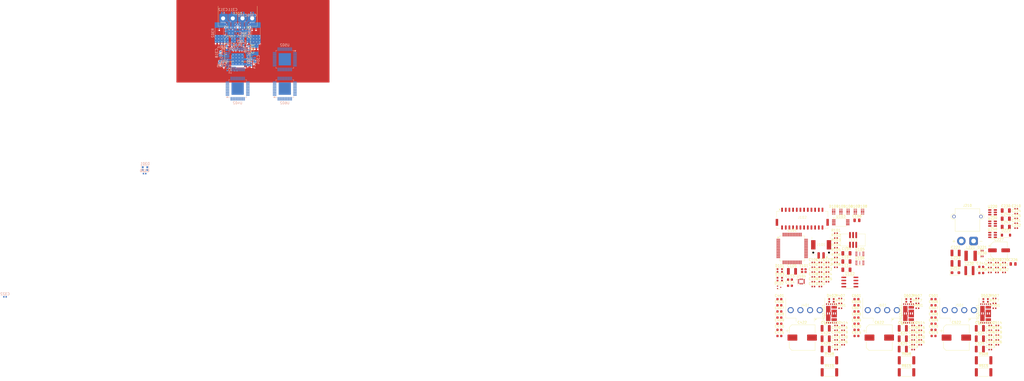
<source format=kicad_pcb>
(kicad_pcb (version 20241229) (generator "pcbnew") (generator_version "9.0")
  (layers (0 "F.Cu" mixed) (4 "In1.Cu" power) (6 "In2.Cu" mixed) (8 "In3.Cu" signal) (10 "In4.Cu" power) (2 "B.Cu" signal) (13 "F.Paste" user) (15 "B.Paste" user) (5 "F.SilkS" user "F.Silkscreen") (7 "B.SilkS" user "B.Silkscreen") (1 "F.Mask" user) (3 "B.Mask" user) (25 "Edge.Cuts" user))
  (net 0 "")
  (net 1 "GND")
  (net 2 "/OSC_IN")
  (net 3 "/OSC_OUT_L")
  (net 4 "/DBG.NRST")
  (net 5 "VBUS")
  (net 6 "+12V")
  (net 7 "+5V")
  (net 8 "VDDA")
  (net 9 "VDD")
  (net 10 "/VBUS_SENSE")
  (net 11 "/Power/12V_{SW}")
  (net 12 "/Power/12V_{BST}")
  (net 13 "/Power/12V_{FB}")
  (net 14 "/Power/3V3_{BST}")
  (net 15 "/Power/3V3_{SW}")
  (net 16 "/Power/3V3_{FB}")
  (net 17 "/Power/CP+")
  (net 18 "/Power/CP-")
  (net 19 "/Channel0/VCP")
  (net 20 "/Channel0/CPO")
  (net 21 "/Channel0/CPI")
  (net 22 "/Channel0/CHA.SRH")
  (net 23 "/Channel0/5V_{RAW}")
  (net 24 "/Channel0/5V_{FLT}")
  (net 25 "/Channel0/CHA.C1")
  (net 26 "/Channel0/+A")
  (net 27 "/Channel0/CHA.C2")
  (net 28 "/Channel0/-A")
  (net 29 "/Channel0/CHB.C1")
  (net 30 "/Channel0/+B")
  (net 31 "/Channel0/-B")
  (net 32 "/Channel0/CHB.C2")
  (net 33 "/Channel0/CHB.SRH")
  (net 34 "/TEMP0")
  (net 35 "/Channel1/VCP")
  (net 36 "/Channel1/CPI")
  (net 37 "/Channel1/CPO")
  (net 38 "/Channel1/CHA.SRH")
  (net 39 "/Channel1/5V_{RAW}")
  (net 40 "/Channel1/5V_{FLT}")
  (net 41 "/Channel1/+A")
  (net 42 "/Channel1/CHA.C1")
  (net 43 "/Channel1/-A")
  (net 44 "/Channel1/CHA.C2")
  (net 45 "/Channel1/+B")
  (net 46 "/Channel1/CHB.C1")
  (net 47 "/Channel1/-B")
  (net 48 "/Channel1/CHB.C2")
  (net 49 "/Channel1/CHB.SRH")
  (net 50 "/TEMP1")
  (net 51 "/Channel2/VCP")
  (net 52 "/Channel2/CPI")
  (net 53 "/Channel2/CPO")
  (net 54 "/Channel2/CHA.SRH")
  (net 55 "/Channel2/5V_{RAW}")
  (net 56 "/Channel2/5V_{FLT}")
  (net 57 "/Channel2/+A")
  (net 58 "/Channel2/CHA.C1")
  (net 59 "/Channel2/-A")
  (net 60 "/Channel2/CHA.C2")
  (net 61 "/Channel2/CHB.C1")
  (net 62 "/Channel2/+B")
  (net 63 "/Channel2/-B")
  (net 64 "/Channel2/CHB.C2")
  (net 65 "/Channel2/CHB.SRH")
  (net 66 "/TEMP2")
  (net 67 "/Channel3/VCP")
  (net 68 "/Channel3/CPO")
  (net 69 "/Channel3/CPI")
  (net 70 "/Channel3/CHA.SRH")
  (net 71 "/Channel3/5V_{RAW}")
  (net 72 "/Channel3/5V_{FLT}")
  (net 73 "/Channel3/CHA.C1")
  (net 74 "/Channel3/+A")
  (net 75 "/Channel3/-A")
  (net 76 "/Channel3/CHA.C2")
  (net 77 "/Channel3/+B")
  (net 78 "/Channel3/CHB.C1")
  (net 79 "/Channel3/-B")
  (net 80 "/Channel3/CHB.C2")
  (net 81 "/Channel3/CHB.SRH")
  (net 82 "/TEMP3")
  (net 83 "/ARGB_{1}")
  (net 84 "/ARGB_{0}")
  (net 85 "/CANH")
  (net 86 "/CANL")
  (net 88 "/Channel0/ARGB_{O}")
  (net 89 "/XIO2")
  (net 90 "/XIO3")
  (net 91 "/XIO0")
  (net 92 "/XIO1")
  (net 93 "/XIO7")
  (net 94 "/XIO6")
  (net 95 "/XIO4")
  (net 96 "/XIO5")
  (net 97 "/XIO9")
  (net 98 "/XIO10")
  (net 99 "/XIO8")
  (net 100 "/XIO11")
  (net 101 "/XIO13")
  (net 102 "/XIO12")
  (net 103 "/XIO15")
  (net 104 "/XIO14")
  (net 105 "/DBG.SWCLK")
  (net 106 "/DBG.SWO")
  (net 107 "/DBG.SWDIO")
  (net 108 "/Channel0/ARGB_{I}")
  (net 109 "/Channel1/ARGB_{O}")
  (net 110 "/Channel2/ARGB_{I}")
  (net 111 "/OSC_OUT")
  (net 112 "/STEP.NEN")
  (net 113 "/STEP.CLK")
  (net 114 "/STEP_CLK_UT")
  (net 115 "/QSPI.NCS")
  (net 116 "/Power/12V_{FBM}")
  (net 117 "/Power/3V3_{FBM}")
  (net 118 "/QSPI.IO1")
  (net 119 "/STEP.MISO")
  (net 120 "/STEP.NCS1")
  (net 121 "/QSPI.IO3")
  (net 122 "/STEP.NCS2")
  (net 123 "/LI2C_SDA")
  (net 124 "/QSPI.IO2")
  (net 125 "/QSPI.IO6")
  (net 126 "/STEP.SCK")
  (net 127 "/CAN_TX")
  (net 128 "/QSPI.IO0")
  (net 129 "/QSPI.IO5")
  (net 130 "/CAN_RX")
  (net 131 "/QSPI.IO4")
  (net 132 "/LI2C_SCL")
  (net 133 "/STEP.MOSI")
  (net 134 "/QSPI.SCK")
  (net 135 "/STEP.NCS3")
  (net 136 "/STEP.NCS0")
  (net 137 "/STEP.DIAG")
  (net 138 "/QSPI.IO7")
  (net 144 "/Channel0/CHA.H2")
  (net 145 "/Channel0/CHA.L2")
  (net 147 "/Channel0/CHA.H1")
  (net 149 "/Channel0/CHB.H2")
  (net 150 "/Channel0/CHA.L1")
  (net 153 "/Channel0/CHB.L1")
  (net 154 "/Channel0/CHB.L2")
  (net 155 "/Channel0/CHB.H1")
  (net 157 "/Channel1/CHA.L2")
  (net 158 "/Channel1/CHA.H2")
  (net 159 "/Channel1/CHB.H1")
  (net 160 "/Channel1/CHB.L2")
  (net 161 "/Channel1/CHA.L1")
  (net 163 "/Channel1/CHB.H2")
  (net 165 "/Channel1/CHA.H1")
  (net 168 "/Channel1/CHB.L1")
  (net 170 "/Channel2/CHA.H2")
  (net 171 "/Channel2/CHA.L2")
  (net 172 "/Channel2/CHB.L2")
  (net 175 "/Channel2/CHA.H1")
  (net 176 "/Channel2/CHA.L1")
  (net 178 "/Channel2/CHB.H2")
  (net 179 "/Channel2/CHB.H1")
  (net 182 "/Channel2/CHB.L1")
  (net 183 "/Channel3/CHA.H2")
  (net 184 "/Channel3/CHA.L2")
  (net 185 "/Channel3/CHA.H1")
  (net 187 "/Channel3/CHB.L2")
  (net 189 "/Channel3/CHA.L1")
  (net 191 "/Channel3/CHB.L1")
  (net 193 "/Channel3/CHB.H2")
  (net 195 "/Channel3/CHB.H1")
  (footprint "Capacitor_SMD:C_0402_1005Metric" (layer "F.Cu") (at 317.955 55.16)
    (property "Reference" "C210")
    (property "Value" "10n")
  )
  (footprint "Capacitor_SMD:C_1206_3216Metric" (layer "F.Cu") (at 248.615 76.7)
    (property "Reference" "C107")
    (property "Value" "10u")
  )
  (footprint "Capacitor_SMD:C_1210_3225Metric" (layer "F.Cu") (at 303.105 104)
    (property "Reference" "C521")
    (property "Value" "4u7-M")
  )
  (footprint "Bluesat:VDFN5045-12" (layer "F.Cu") (at 305.46 99.7)
    (property "Reference" "U503")
    (property "Value" "DMHT6016LFJ")
  )
  (footprint "Capacitor_SMD:C_0402_1005Metric" (layer "F.Cu") (at 310.235 104.83)
    (property "Reference" "C516")
    (property "Value" "10n")
  )
  (footprint "Capacitor_SMD:C_0603_1608Metric" (layer "F.Cu") (at 284.195 97.1)
    (property "Reference" "C507")
    (property "Value" "2u2")
  )
  (footprint "Inductor_SMD:L_Changjiang_FNR4020S" (layer "F.Cu") (at 298.845 80.4)
    (property "Reference" "L230")
    (property "Value" "4u7")
  )
  (footprint "Capacitor_SMD:C_0402_1005Metric" (layer "F.Cu") (at 235.115 81.02)
    (property "Reference" "C103")
    (property "Value" "10n")
  )
  (footprint "Capacitor_SMD:C_0402_1005Metric" (layer "F.Cu") (at 237.985 79.05)
    (property "Reference" "C116")
    (property "Value" "220n")
  )
  (footprint "Capacitor_SMD:C_1206_3216Metric" (layer "F.Cu") (at 313.695 55.85)
    (property "Reference" "C230")
    (property "Value" "4u7-M")
  )
  (footprint "Bluesat:VDFN5045-12" (layer "F.Cu") (at 242.5 96.15)
    (property "Reference" "U401")
    (property "Value" "DMHT6016LFJ")
  )
  (footprint "Capacitor_SMD:C_0402_1005Metric" (layer "F.Cu") (at 247.275 104.83)
    (property "Reference" "C416")
    (property "Value" "10n")
  )
  (footprint "Capacitor_SMD:C_0402_1005Metric" (layer "F.Cu") (at 278.755 110.74)
    (property "Reference" "C626")
    (property "Value" "220n")
  )
  (footprint "Capacitor_SMD:C_0402_1005Metric" (layer "F.Cu") (at 244.405 108.77)
    (property "Reference" "C411")
    (property "Value" "1n")
  )
  (footprint "Capacitor_SMD:C_0603_1608Metric" (layer "F.Cu") (at 252.715 92.08)
    (property "Reference" "C601")
    (property "Value" "100n-H")
  )
  (footprint "Crystal:Crystal_SMD_2016-4Pin_2.0x1.6mm" (layer "F.Cu") (at 231.225 80.4)
    (property "Reference" "Y101")
    (property "Value" "24Mhz")
  )
  (footprint "Package_TO_SOT_SMD:TSOT-23-6" (layer "F.Cu") (at 308.295 61.2)
    (property "Reference" "U230")
    (property "Value" "AP62200TWU")
  )
  (footprint "Capacitor_SMD:C_1210_3225Metric" (layer "F.Cu") (at 293.195 77.45)
    (property "Reference" "C233")
    (property "Value" "22u")
  )
  (footprint "Capacitor_SMD:C_0603_1608Metric" (layer "F.Cu") (at 252.715 99.61)
    (property "Reference" "C608")
    (property "Value" "330n-M")
  )
  (footprint "Bluesat:VDFN5045-12" (layer "F.Cu") (at 242.5 99.7)
    (property "Reference" "U403")
    (property "Value" "DMHT6016LFJ")
  )
  (footprint "Capacitor_SMD:C_1210_3225Metric" (layer "F.Cu") (at 240.145 108.25)
    (property "Reference" "C424")
    (property "Value" "4u7-H")
  )
  (footprint "Bluesat:B4P-VH" (layer "F.Cu") (at 231.79 91.575)
    (property "Reference" "J401")
    (property "Value" "B4P-VH")
  )
  (footprint "Capacitor_SMD:C_0402_1005Metric" (layer "F.Cu") (at 235.115 77.08)
    (property "Reference" "C101")
    (property "Value" "10p")
  )
  (footprint "Capacitor_SMD:C_0402_1005Metric" (layer "F.Cu") (at 237.985 81.02)
    (property "Reference" "C117")
    (property "Value" "220n")
  )
  (footprint "Capacitor_SMD:C_0402_1005Metric" (layer "F.Cu") (at 275.885 106.8)
    (property "Reference" "C604")
    (property "Value" "10n")
  )
  (footprint "Capacitor_SMD:C_0402_1005Metric" (layer "F.Cu") (at 310.235 106.8)
    (property "Reference" "C519")
    (property "Value" "220n")
  )
  (footprint "Capacitor_SMD:C_0402_1005Metric" (layer "F.Cu") (at 278.755 104.83)
    (property "Reference" "C616")
    (property "Value" "10n")
  )
  (footprint "Capacitor_SMD:C_0402_1005Metric" (layer "F.Cu") (at 317.955 57.13)
    (property "Reference" "C224")
    (property "Value" "100n-M")
  )
  (footprint "Capacitor_SMD:C_0402_1005Metric" (layer "F.Cu") (at 317.955 63.04)
    (property "Reference" "C232")
    (property "Value" "33p")
  )
  (footprint "Resistor_SMD:R_2512_6332Metric" (layer "F.Cu") (at 241.675 121.99)
    (property "Reference" "R415")
    (property "Value" "20m")
  )
  (footprint "Capacitor_SMD:C_0402_1005Metric" (layer "F.Cu") (at 235.115 84.96)
    (property "Reference" "C109")
    (property "Value" "220n")
  )
  (footprint "Package_LGA:LGA-14_3x2.5mm_P0.5mm_LayoutBorder3x4y" (layer "F.Cu") (at 230.19 84.85)
    (property "Reference" "U104")
    (property "Value" "ASM330LHH")
  )
  (footprint "Resistor_SMD:R_0402_1005Metric" (layer "F.Cu") (at 307.175 79.18)
    (property "Reference" "R210")
    (property "Value" "220k")
  )
  (footprint "Capacitor_SMD:C_0603_1608Metric" (layer "F.Cu") (at 284.195 104.63)
    (property "Reference" "C510")
    (property "Value" "330n-M")
  )
  (footprint "Capacitor_SMD:C_0603_1608Metric" (layer "F.Cu") (at 252.715 94.59)
    (property "Reference" "C606")
    (property "Value" "2u2")
  )
  (footprint "Capacitor_SMD:C_0603_1608Metric" (layer "F.Cu") (at 284.195 92.08)
    (property "Reference" "C501")
    (property "Value" "100n-H")
  )
  (footprint "Capacitor_SMD:C_0603_1608Metric" (layer "F.Cu") (at 225.555 86.59)
    (property "Reference" "C114")
    (property "Value" "2u2")
  )
  (footprint "Capacitor_SMD:C_0603_1608Metric" (layer "F.Cu") (at 221.235 94.59)
    (property "Reference" "C406")
    (property "Value" "2u2")
  )
  (footprint "Diode_SMD:D_SOD-882" (layer "F.Cu") (at 304.04 72.245)
    (property "Reference" "D221")
    (property "Value" "SBR0240LP-7")
  )
  (footprint "Bluesat:WS2812B-2020" (layer "F.Cu") (at 305.46 92.6)
    (property "Reference" "D502")
    (property "Value" "WS2812B-2020")
  )
  (footprint "Capacitor_SMD:C_0402_1005Metric" (layer "F.Cu") (at 240.855 81.02)
    (property "Reference" "C123")
    (property "Value" "220n")
  )
  (footprint "Package_DFN_QFN:Diodes_UDFN-10_1x2.5mm_P0.5mm" (layer "F.Cu") (at 249.305 56.315)
    (property "Reference" "D106")
    (property "Value" "3V3")
  )
  (footprint "Capacitor_SMD:C_1210_3225Metric" (layer "F.Cu") (at 271.625 108.25)
    (property "Reference" "C624")
    (property "Value" "4u7-H")
  )
  (footprint "Bluesat:BM24B-ZPDSS" (layer "F.Cu") (at 230.58 59.15)
    (property "Reference" "J102")
    (property "Value" "BM24B-ZPDSS")
  )
  (footprint "Resistor_SMD:R_0402_1005Metric" (layer "F.Cu") (at 277.595 93.81)
    (property "Reference" "R617")
    (property "Value" "2k2")
  )
  (footprint "Capacitor_SMD:C_1206_3216Metric" (layer "F.Cu") (at 248.615 73.35)
    (property "Reference" "C104")
    (property "Value" "2u2-H")
  )
  (footprint "Capacitor_SMD:C_0402_1005Metric" (layer "F.Cu") (at 307.365 106.8)
    (property "Reference" "C504")
    (property "Value" "10n")
  )
  (footprint "Capacitor_SMD:CP_Elec_10x10" (layer "F.Cu") (at 293.51 107.8)
    (property "Reference" "C522")
    (property "Value" "270u")
  )
  (footprint "Bluesat:B4P-VH" (layer "F.Cu") (at 294.75 91.575)
    (property "Reference" "J501")
    (property "Value" "B4P-VH")
  )
  (footprint "Capacitor_SMD:C_0402_1005Metric" (layer "F.Cu") (at 275.885 104.83)
    (property "Reference" "C603")
    (property "Value" "33n")
  )
  (footprint "Resistor_SMD:R_0402_1005Metric" (layer "F.Cu") (at 246.115 93.81)
    (property "Reference" "R417")
    (property "Value" "2k2")
  )
  (footprint "Resistor_SMD:R_2512_6332Metric" (layer "F.Cu") (at 304.635 121.99)
    (property "Reference" "R515")
    (property "Value" "20m")
  )
  (footprint "Capacitor_SMD:C_0402_1005Metric" (layer "F.Cu") (at 247.275 108.77)
    (property "Reference" "C420")
    (property "Value" "220n")
  )
  (footprint "Capacitor_SMD:C_0402_1005Metric" (layer "F.Cu") (at 247.275 110.74)
    (property "Reference" "C426")
    (property "Value" "220n")
  )
  (footprint "Bluesat:B4P-VH" (layer "F.Cu") (at 0 -27.75)
    (property "Reference" "J301")
    (property "Value" "B4P-VH")
  )
  (footprint "Package_DFN_QFN:Diodes_UDFN-10_1x2.5mm_P0.5mm" (layer "F.Cu") (at 252.255 56.315)
    (property "Reference" "D107")
    (property "Value" "3V3")
  )
  (footprint "Capacitor_SMD:C_0402_1005Metric" (layer "F.Cu") (at 278.755 102.86)
    (property "Reference" "C614")
    (property "Value" "1n")
  )
  (footprint "Package_DFN_QFN:Diodes_UDFN-10_1x2.5mm_P0.5mm" (layer "F.Cu") (at 246.355 56.315)
    (property "Reference" "D105")
    (property "Value" "3V3")
  )
  (footprint "Bluesat:IDC6" (layer "F.Cu") (at 251.34 67.875)
    (property "Reference" "J103")
    (property "Value" "IDC6")
  )
  (footprint "Diode_SMD:D_SOD-123" (layer "F.Cu") (at 313.79 65.9)
    (property "Reference" "D220")
    (property "Value" "SBR0560S1-7")
  )
  (footprint "Resistor_SMD:R_0402_1005Metric" (layer "F.Cu") (at 309.075 93.81)
    (property "Reference" "R517")
    (property "Value" "2k2")
  )
  (footprint "Package_SON:Winbond_USON-8-1EP_3x2mm_P0.5mm_EP0.2x1.6mm" (layer "F.Cu") (at 254.095 77.23)
    (property "Reference" "U106")
    (property "Value" "ZD25WQ16C")
  )
  (footprint "Capacitor_SMD:C_0603_1608Metric" (layer "F.Cu") (at 221.235 92.08)
    (property "Reference" "C401")
    (property "Value" "100n-H")
  )
  (footprint "Capacitor_SMD:C_0402_1005Metric" (layer "F.Cu") (at 307.365 108.77)
    (property "Reference" "C511")
    (property "Value" "1n")
  )
  (footprint "Capacitor_SMD:CP_Elec_6.3x7.7" (layer "F.Cu") (at 310.945 72.12)
    (property "Reference" "C227")
    (property "Value" "68u")
  )
  (footprint "Capacitor_SMD:C_0402_1005Metric" (layer "F.Cu") (at 240.855 84.96)
    (property "Reference" "C125")
    (property "Value" "220n")
  )
  (footprint "Capacitor_SMD:C_0402_1005Metric" (layer "F.Cu") (at 310.235 108.77)
    (property "Reference" "C520")
    (property "Value" "220n")
  )
  (footprint "Capacitor_SMD:C_0402_1005Metric" (layer "F.Cu") (at 240.855 82.99)
    (property "Reference" "C124")
    (property "Value" "220n")
  )
  (footprint "Capacitor_SMD:C_0603_1608Metric" (layer "F.Cu") (at 252.715 102.12)
    (property "Reference" "C609")
    (property "Value" "330n-M")
  )
  (footprint "Capacitor_SMD:C_1206_3216Metric" (layer "F.Cu") (at 313.695 62.55)
    (property "Reference" "C242")
    (property "Value" "10u")
  )
  (footprint "Capacitor_SMD:C_0402_1005Metric" (layer "F.Cu") (at 247.275 106.8)
    (property "Reference" "C419")
    (property "Value" "220n")
  )
  (footprint "Resistor_SMD:R_0402_1005Metric" (layer "F.Cu") (at 310.085 81.17)
    (property "Reference" "R222")
    (property "Value" "10k")
  )
  (footprint "Capacitor_SMD:C_0402_1005Metric" (layer "F.Cu") (at 278.755 106.8)
    (property "Reference" "C619")
    (property "Value" "220n")
  )
  (footprint "Resistor_SMD:R_0402_1005Metric" (layer "F.Cu") (at 246.115 91.82)
    (property "Reference" "R407")
    (property "Value" "2R2")
  )
  (footprint "Bluesat:VDFN5045-12" (layer "F.Cu") (at 273.98 96.15)
    (property "Reference" "U601")
    (property "Value" "DMHT6016LFJ")
  )
  (footprint "Resistor_SMD:R_0402_1005Metric" (layer "F.Cu") (at 244.335 67.11)
    (property "Reference" "R102")
    (property "Value" "470R")
  )
  (footprint "Package_DFN_QFN:Diodes_UDFN-10_1x2.5mm_P0.5mm" (layer "F.Cu") (at 255.205 56.315)
    (property "Reference" "D108")
    (property "Value" "3V3")
  )
  (footprint "Resistor_SMD:R_0402_1005Metric" (layer "F.Cu") (at 307.175 77.19)
    (property "Reference" "L250")
    (property "Value" "600R")
  )
  (footprint "Capacitor_SMD:C_0603_1608Metric" (layer "F.Cu") (at 252.715 104.63)
    (property "Reference" "C610")
    (property "Value" "330n-M")
  )
  (footprint "Bluesat:TSSOP-8_4.4x3.0-0.65" (layer "F.Cu") (at 246.305 60.665)
    (property "Reference" "U103")
    (property "Value" "ZD24C128A")
  )
  (footprint "Resistor_SMD:R_0402_1005Metric" (layer "F.Cu") (at 310.085 79.18)
    (property "Reference" "R221")
    (property "Value" "47k")
  )
  (footprint "Capacitor_SMD:C_1210_3225Metric" (layer "F.Cu") (at 271.625 112.5)
    (property "Reference" "C625")
    (property "Value" "4u7-H")
  )
  (footprint "Connector_AMASS:AMASS_XT30PW-M_1x02_P2.50mm_Horizontal" (layer "F.Cu") (at 300.545 68.3)
    (property "Reference" "J210")
    (property "Value" "XT30M")
  )
  (footprint "Capacitor_SMD:C_0402_1005Metric" (layer "F.Cu") (at 275.885 112.71)
    (property "Reference" "C613")
    (property "Value" "1n")
  )
  (footprint "Capacitor_SMD:C_0402_1005Metric" (layer "F.Cu") (at 310.235 102.86)
    (property "Reference" "C514")
    (property "Value" "1n")
  )
  (footprint "Resistor_SMD:R_0402_1005Metric" (layer "F.Cu") (at 244.335 71.09)
    (property "Reference" "R104")
    (property "Value" "22R")
  )
  (footprint "Capacitor_SMD:C_0603_1608Metric" (layer "F.Cu") (at 303.675 81.39)
    (property "Reference" "C250")
    (property "Value" "2u2")
  )
  (footprint "Capacitor_SMD:C_0402_1005Metric" (layer "F.Cu") (at 237.985 77.08)
    (property "Reference" "C111")
    (property "Value" "220n")
  )
  (footprint "Bluesat:LQFP-64-0.5" (layer "F.Cu") (at 226.455 71.35)
    (property "Reference" "U101")
    (property "Value" "STM32G474")
  )
  (footprint "Diode_SMD:D_SOD-123F" (layer "F.Cu") (at 293.14 81.25)
    (property "Reference" "D210")
    (property "Value" "30V")
  )
  (footprint "Capacitor_SMD:C_0402_1005Metric" (layer "F.Cu") (at 307.365 110.74)
    (property "Reference" "C512")
    (property "Value" "1n")
  )
  (footprint "Resistor_SMD:R_0402_1005Metric" (layer "F.Cu") (at 312.995 77.19)
    (property "Reference" "R230")
    (property "Value" "22k")
  )
  (footprint "Resistor_SMD:R_0402_1005Metric" (layer "F.Cu") (at 307.175 81.17)
    (property "Reference" "R211")
    (property "Value" "10k")
  )
  (footprint "Capacitor_SMD:C_0402_1005Metric" (layer "F.Cu") (at 235.115 79.05)
    (property "Reference" "C102")
    (property "Value" "10p")
  )
  (footprint "Resistor_SMD:R_0402_1005Metric" (layer "F.Cu") (at 277.595 95.8)
    (property "Reference" "TH601")
    (property "Value" "10k")
  )
  (footprint "Package_TO_SOT_SMD:TSOT-23-6" (layer "F.Cu") (at 308.295 56.575)
    (property "Reference" "U220")
    (property "Value" "MP2459GJ-Z-MS")
  )
  (footprint "Package_TO_SOT_SMD:SOT-23-6" (layer "F.Cu") (at 308.295 65.825)
    (property "Reference" "U240")
    (property "Value" "HX4002")
  )
  (footprint "Capacitor_SMD:C_0402_1005Metric" (layer "F.Cu") (at 317.955 59.1)
    (property "Reference" "C225")
    (property "Value" "33p")
  )
  (footprint "Capacitor_SMD:C_0603_1608Metric" (layer "F.Cu") (at 221.235 104.63)
    (property "Reference" "C410")
    (property "Value" "330n-M")
  )
  (footprint "Resistor_SMD:R_0402_1005Metric" (layer "F.Cu") (at 244.335 69.1)
    (property "Reference" "R103")
    (property "Value" "10k")
  )
  (footprint "Capacitor_SMD:C_0402_1005Metric" (layer "F.Cu") (at 244.405 102.86)
    (property "Reference" "C402")
    (property "Value" "100n-M")
  )
  (footprint "Capacitor_SMD:C_0805_2012Metric" (layer "F.Cu") (at 252.905 59.84)
    (property "Reference" "C106")
    (property "Value" "1u-M")
  )
  (footprint "Capacitor_SMD:C_0402_1005Metric" (layer "F.Cu") (at 235.115 82.99)
    (property "Reference" "C108")
    (property "Value" "220n")
  )
  (footprint "Bluesat:B4P-VH" (layer "F.Cu") (at 263.27 91.575)
    (property "Reference" "J601")
    (property "Value" "B4P-VH")
  )
  (footprint "Capacitor_SMD:C_0402_1005Metric" (layer "F.Cu") (at 235.115 86.93)
    (property "Reference" "C110")
    (property "Value" "220n")
  )
  (footprint "Resistor_SMD:R_0402_1005Metric" (layer "F.Cu") (at 309.075 95.8)
    (property "Reference" "TH501")
    (property "Value" "10k")
  )
  (footprint "Resistor_SMD:R_0402_1005Metric" (layer "F.Cu") (at 244.335 75.07)
    (property "Reference" "R106")
    (property "Value" "10k")
  )
  (footprint "Resistor_SMD:R_0402_1005Metric" (layer "F.Cu") (at 246.115 95.8)
    (property "Reference" "TH401")
    (property "Value" "10k")
  )
  (footprint "Diode_SMD:D_SOD-882" (layer "F.Cu") (at 304.04 74.585)
    (property "Reference" "D230")
    (property "Value" "SBR0240LP-7")
  )
  (footprint "Package_DFN_QFN:Diodes_UDFN-10_1x2.5mm_P0.5mm" (layer "F.Cu") (at 243.405 56.315)
    (property "Reference" "D104")
    (property "Value" "3V3")
  )
  (footprint "Bluesat:WS2812B-2020" (layer "F.Cu") (at 221.39 80.35)
    (property "Reference" "D101")
    (property "Value" "WS2812B-2020")
  )
  (footprint "Capacitor_SMD:C_0603_1608Metric" (layer "F.Cu") (at 303.675 78.88)
    (property "Reference" "C241")
    (property "Value" "2u2")
  )
  (footprint "Inductor_SMD:L_Changjiang_FNR5040S" (layer "F.Cu") (at 299.345 74.35)
    (property "Reference" "L221")
    (property "Value" "15u")
  )
  (footprint "Capacitor_SMD:C_0603_1608Metric" (layer "F.Cu") (at 225.555 84.08)
    (property "Reference" "C113")
    (property "Value" "2u2")
  )
  (footprint "Capacitor_SMD:C_0402_1005Metric" (layer "F.Cu") (at 240.855 77.08)
    (property "Reference" "C121")
    (property "Value" "220n")
  )
  (footprint "Capacitor_SMD:C_0402_1005Metric" (layer "F.Cu") (at 240.855 79.05)
    (property "Reference" "C122")
    (property "Value" "220n")
  )
  (footprint "Capacitor_SMD:C_0603_1608Metric" (layer "F.Cu") (at 221.235 97.1)
    (property "Reference" "C407")
    (property "Value" "2u2")
  )
  (footprint "Capacitor_SMD:C_0402_1005Metric" (layer "F.Cu") (at 317.955 61.07)
    (property "Reference" "C231")
    (property "Value" "220n")
  )
  (footprint "Capacitor_SMD:C_1210_3225Metric" (layer "F.Cu") (at 240.145 112.5)
    (property "Reference" "C425")
    (property "Value" "4u7-H")
  )
  (footprint "Capacitor_SMD:CP_Elec_10x10" (layer "F.Cu") (at 230.55 107.8)
    (property "Reference" "C422")
    (property "Value" "270u")
  )
  (footprint "Resistor_SMD:R_0402_1005Metric" (layer "F.Cu") (at 244.335 65.12)
    (property "Reference" "R101")
    (property "Value" "1k")
  )
  (footprint "Capacitor_SMD:C_0402_1005Metric" (layer "F.Cu") (at 307.365 104.83)
    (property "Reference" "C503")
    (property "Value" "33n")
  )
  (footprint "Bluesat:SM02B-PASS" (layer "F.Cu") (at 238.28 66.15)
    (property "Reference" "J101")
    (property "Value" "SM02B-PASS")
  )
  (footprint "Capacitor_SMD:C_0603_1608Metric" (layer "F.Cu") (at 252.715 97.1)
    (property "Reference" "C607")
    (property "Value" "2u2")
  )
  (footprint "Capacitor_SMD:C_0402_1005Metric" (layer "F.Cu") (at 310.235 110.74)
    (property "Reference" "C526")
    (property "Value" "220n")
  )
  (footprint "Capacitor_SMD:C_0603_1608Metric" (layer "F.Cu") (at 284.195 107.14)
    (property "Reference" "C515")
    (property "Value" "330n-M")
  )
  (footprint "Resistor_SMD:R_2512_6332Metric" (layer "F.Cu") (at 304.635 117.08)
    (property "Reference" "R508")
    (property "Value" "20m")
  )
  (footprint "Capacitor_SMD:C_0603_1608Metric" (layer "F.Cu") (at 284.195 94.59)
    (property "Reference" "C506")
    (property "Value" "2u2")
  )
  (footprint "Capacitor_SMD:C_0402_1005Metric" (layer "F.Cu") (at 237.985 84.96)
    (property "Reference" "C119")
    (property "Value" "220n")
  )
  (footprint "Capacitor_SMD:C_0402_1005Metric" (layer "F.Cu") (at 307.365 112.71)
    (property "Reference" "C513")
    (property "Value" "1n")
  )
  (footprint "Capacitor_SMD:C_0603_1608Metric" (layer "F.Cu") (at 221.235 102.12)
    (property "Reference" "C409")
    (property "Value" "330n-M")
  )
  (footprint "Capacitor_SMD:C_0603_1608Metric" (layer "F.Cu") (at 252.715 107.14)
    (property "Reference" "C615")
    (property "Value" "330n-M")
  )
  (footprint "Capacitor_SMD:C_0603_1608Metric" (layer "F.Cu") (at 284.195 102.12)
    (property "Reference" "C509")
    (property "Value" "330n-M")
  )
  (footprint "Bluesat:WS2812B-2020" (layer "F.Cu") (at 273.98 92.6)
    (property "Reference" "D602")
    (property "Value" "WS2812B-2020")
  )
  (footprint "Capacitor_SMD:C_0402_1005Metric" (layer "F.Cu") (at 275.885 110.74)
    (property "Reference" "C612")
    (property "Value" "1n")
  )
  (footprint "Capacitor_SMD:C_0603_1608Metric" (layer "F.Cu") (at 221.235 107.14)
    (property "Reference" "C415")
    (property "Value" "330n-M")
  )
  (footprint "Capacitor_SMD:C_1210_3225Metric" (layer "F.Cu") (at 226.375 80.7)
    (property "Reference" "C105")
    (property "Value" "10u-M")
  )
  (footprint "Capacitor_SMD:C_0402_1005Metric" (layer "F.Cu") (at 278.755 108.77)
    (property "Reference" "C620")
    (property "Value" "220n")
  )
  (footprint "Capacitor_SMD:C_1210_3225Metric" (layer "F.Cu") (at 303.105 108.25)
    (property "Reference" "C524")
    (property "Value" "4u7-H")
  )
  (footprint "Resistor_SMD:R_0402_1005Metric" (layer "F.Cu") (at 244.335 79.05)
    (property "Reference" "R108")
    (property "Value" "100k")
  )
  (footprint "Capacitor_SMD:C_1210_3225Metric" (layer "F.Cu") (at 271.625 104)
    (property "Reference" "C621")
    (property "Value" "4u7-M")
  )
  (footprint "Capacitor_SMD:C_0402_1005Metric" (layer "F.Cu") (at 307.365 102.86)
    (property "Reference" "C502")
    (property "Value" "100n-M")
  )
  (footprint "Resistor_SMD:R_2512_6332Metric" (layer "F.Cu") (at 273.155 121.99)
    (property "Reference" "R615")
    (property "Value" "20m")
  )
  (footprint "Capacitor_SMD:C_0402_1005Metric" (layer "F.Cu") (at 237.985 86.93)
    (property "Reference" "C120")
    (property "Value" "220n")
  )
  (footprint "Capacitor_SMD:C_1206_3216Metric" (layer "F.Cu") (at 248.615 80.05)
    (property "Reference" "C112")
    (property "Value" "10u")
  )
  (footprint "Resistor_SMD:R_2512_6332Metric" (layer "F.Cu") (at 241.675 117.08)
    (property "Reference" "R408")
    (property "Value" "20m")
  )
  (footprint "Capacitor_SMD:C_0402_1005Metric" (layer "F.Cu") (at 244.405 106.8)
    (property "Reference" "C404")
    (property "Value" "10n")
  )
  (footprint "Resistor_SMD:R_0402_1005Metric" (layer "F.Cu") (at 277.595 91.82)
    (property "Reference" "R607")
    (property "Value" "2R2")
  )
  (footprint "Capacitor_SMD:C_0402_1005Metric" (layer "F.Cu") (at 275.885 102.86)
    (property "Reference" "C602")
    (property "Value" "100n-M")
  )
  (footprint "Capacitor_SMD:C_0402_1005Metric" (layer "F.Cu") (at 244.405 104.83)
    (property "Reference" "C403")
    (property "Value" "33n")
  )
  (footprint "Capacitor_SMD:C_1210_3225Metric" (layer "F.Cu") (at 303.105 112.5)
    (property "Reference" "C525")
    (property "Value" "4u7-H")
  )
  (footprint "Bluesat:VDFN5045-12" (layer "F.Cu") (at 305.46 96.15)
    (property "Reference" "U501")
    (property "Value" "DMHT6016LFJ")
  )
  (footprint "Capacitor_SMD:C_0402_1005Metric" (layer "F.Cu") (at 247.275 102.86)
    (property "Reference" "C414")
    (property "Value" "1n")
  )
  (footprint "Capacitor_SMD:C_0402_1005Metric" (layer "F.Cu") (at 237.985 82.99)
    (property "Reference" "C118")
    (property "Value" "220n")
  )
  (footprint "Capacitor_SMD:C_0402_1005Metric" (layer "F.Cu") (at 244.405 110.74)
    (property "Reference" "C412")
    (property "Value" "1n")
  )
  (footprint "Resistor_SMD:R_2512_6332Metric" (layer "F.Cu") (at 273.155 117.08)
    (property "Reference" "R608")
    (property "Value" "20m")
  )
  (footprint "Resistor_SMD:R_0402_1005Metric" (layer "F.Cu") (at 244.335 73.08)
    (property "Reference" "R105")
    (property "Value" "10k")
  )
  (footprint "Package_SON:Winbond_USON-8-1EP_3x2mm_P0.5mm_EP0.2x1.6mm" (layer "F.Cu") (at 254.095 73.565)
    (property "Reference" "U105")
    (property "Value" "ZD25WQ16C")
  )
  (footprint "Resistor_SMD:R_0402_1005Metric" (layer "F.Cu") (at 244.335 77.06)
    (property "Reference" "R107")
    (property "Value" "100k")
  )
  (footprint "Resistor_SMD:R_0402_1005Metric" (layer "F.Cu") (at 312.995 79.18)
    (property "Reference" "R231")
    (property "Value" "10k")
  )
  (footprint "Resistor_SMD:R_0402_1005Metric" (layer "F.Cu") (at 310.085 77.19)
    (property "Reference" "R220")
    (property "Value" "100k")
  )
  (footprint "Bluesat:WS2812B-2020" (layer "F.Cu") (at 221.39 83.9)
    (property "Reference" "D103")
    (property "Value" "WS2812B-2020")
  )
  (footprint "Capacitor_SMD:C_0805_2012Metric" (layer "F.Cu") (at 316.675 77.7)
    (property "Reference" "C226")
    (property "Value" "1u-M")
  )
  (footprint "Capacitor_SMD:C_1210_3225Metric" (layer "F.Cu") (at 240.145 104)
    (property "Reference" "C421")
    (property "Value" "4u7-M")
  )
  (footprint "Capacitor_SMD:C_0603_1608Metric" (layer "F.Cu") (at 221.235 99.61)
    (property "Reference" "C408")
    (property "Value" "330n-M")
  )
  (footprint "Capacitor_SMD:C_1210_3225Metric" (layer "F.Cu") (at 293.195 73.2)
    (property "Reference" "C222")
    (property "Value" "4u7-H")
  )
  (footprint "Bluesat:WS2812B-2020" (layer "F.Cu") (at 242.5 92.6)
    (property "Reference" "D402")
    (property "Value" "WS2812B-2020")
  )
  (footprint "Capacitor_SMD:C_0603_1608Metric" (layer "F.Cu") (at 284.195 99.61)
    (property "Reference" "C508")
    (property "Value" "330n-M")
  )
  (footprint "Resistor_SMD:R_0402_1005Metric" (layer "F.Cu") (at 312.995 81.17)
    (property "Reference" "R232")
    (property "Value" "10k")
  )
  (footprint "Bluesat:VDFN5045-12" (layer "F.Cu") (at 273.98 99.7)
    (property "Reference" "U603")
    (property "Value" "DMHT6016LFJ")
  )
  (footprint "Package_SO:SOIC-8_3.9x4.9mm_P1.27mm" (layer "F.Cu") (at 250.015 85.085)
    (property "Reference" "U102")
    (property "Value" "TCAN1462V")
  )
  (footprint "Package_TO_SOT_SMD:SOT-523" (layer "F.Cu") (at 221.13 87.25)
    (property "Reference" "D102")
    (property "Value" "5V")
  )
  (footprint "Capacitor_SMD:C_0402_1005Metric" (layer "F.Cu") (at 244.405 112.71)
    (property "Reference" "C413")
    (property "Value" "1n")
  )
  (footprint "Capacitor_SMD:CP_Elec_10x10" (layer "F.Cu") (at 262.03 107.8)
    (property "Reference" "C622")
    (property "Value" "270u")
  )
  (footprint "Capacitor_SMD:C_1206_3216Metric" (layer "F.Cu") (at 313.695 59.2)
    (property "Reference" "C240")
    (property "Value" "10u")
  )
  (footprint "Capacitor_SMD:C_0402_1005Metric" (layer "F.Cu") (at 275.885 108.77)
    (property "Reference" "C611")
    (property "Value" "1n")
  )
  (footprint "Resistor_SMD:R_0402_1005Metric" (layer "F.Cu") (at 309.075 91.82)
    (property "Reference" "R507")
    (property "Value" "2R2")
  )
  (footprint "Capacitor_SMD:CP_Elec_10x10" (layer "F.Cu") (at 0 -10.25 -90)
    (property "Reference" "C315")
    (property "Value" "270u")
  )
  (footprint "Capacitor_SMD:C_0402_1005Metric" (layer "B.Cu") (at -95 91.125 180)
    (property "Reference" "C322")
    (property "Value" "220n")
  )
  (footprint "Bluesat:TQFP-48-0.5-EP" (layer "B.Cu") (at 19.25 -6 180)
    (property "Reference" "U502")
    (property "Value" "TMC5160A-TA")
  )
  (footprint "Capacitor_SMD:C_0603_1608Metric" (layer "B.Cu") (at -4.5 -10.625 -90)
    (property "Reference" "C307")
    (property "Value" "330n-M")
  )
  (footprint "Resistor_SMD:R_0402_1005Metric" (layer "B.Cu") (at 0 -13.75 90)
    (property "Reference" "TH301")
    (property "Value" "10k")
  )
  (footprint "Bluesat:WS2812B-2020" (layer "B.Cu") (at -37.825 38.675 180)
    (property "Reference" "D301")
    (property "Value" "WS2812B-2020")
  )
  (footprint "Capacitor_SMD:C_0603_1608Metric" (layer "B.Cu") (at -1.625 -11.875)
    (property "Reference" "C306")
    (property "Value" "330n-M")
  )
  (footprint "Bluesat:VDFN5045-12" (layer "B.Cu") (at -2.75 -18.625 90)
    (property "Reference" "U301")
    (property "Value" "DMHT6016LFJ")
  )
  (footprint "Resistor_SMD:R_2512_6332Metric" (layer "B.Cu") (at 7.5 -16.75 -90)
    (property "Reference" "R303")
    (property "Value" "20m")
  )
  (footprint "Capacitor_SMD:C_1210_3225Metric" (layer "B.Cu") (at 7 -9.875 -90)
    (property "Reference" "C319")
    (property "Value" "4u7-M")
  )
  (footprint "Resistor_SMD:R_0402_1005Metric" (layer "B.Cu") (at -6.5 -12.125)
    (property "Reference" "R304")
    (property "Value" "2k2")
  )
  (footprint "Capacitor_SMD:C_0402_1005Metric" (layer "B.Cu") (at -38 40.75 180)
    (property "Reference" "C320")
    (property "Value" "220n")
  )
  (footprint "Capacitor_SMD:C_1210_3225Metric" (layer "B.Cu") (at 3 -14.375 180)
    (property "Reference" "C316")
    (property "Value" "4u7-H")
  )
  (footprint "Bluesat:TQFP-48-0.5-EP" (layer "B.Cu") (at 0 -6 180)
    (property "Reference" "U302")
    (property "Value" "TMC5160A-TA")
  )
  (footprint "Capacitor_SMD:C_0603_1608Metric" (layer "B.Cu") (at 7 -5.875 90)
    (property "Reference" "C304")
    (property "Value" "2u2")
  )
  (footprint "Capacitor_SMD:C_0402_1005Metric" (layer "B.Cu") (at -2 -25.125 180)
    (property "Reference" "C311")
    (property "Value" "1n")
  )
  (footprint "Capacitor_SMD:C_0603_1608Metric" (layer "B.Cu") (at -7.125 -8.5 -90)
    (property "Reference" "C318")
    (property "Value" "100n-H")
  )
  (footprint "Capacitor_SMD:C_0402_1005Metric" (layer "B.Cu") (at 5.875 -25.125)
    (property "Reference" "C309")
    (property "Value" "1n")
  )
  (footprint "Resistor_SMD:R_0402_1005Metric" (layer "B.Cu") (at -6.125 -3.25 180)
    (property "Reference" "R301")
    (property "Value" "2R2")
  )
  (footprint "Capacitor_SMD:C_0402_1005Metric" (layer "B.Cu") (at -6.125 -6.25)
    (property "Reference" "C302")
    (property "Value" "33n")
  )
  (footprint "Bluesat:TQFP-48-0.5-EP" (layer "B.Cu") (at 19.25 6)
    (property "Reference" "U602")
    (property "Value" "TMC5160A-TA")
  )
  (footprint "Capacitor_SMD:C_1210_3225Metric" (layer "B.Cu") (at -3 -14.375)
    (property "Reference" "C317")
    (property "Value" "4u7-H")
  )
  (footprint "Bluesat:VDFN5045-12" (layer "B.Cu") (at 2.75 -18.625 90)
    (property "Reference" "U303")
    (property "Value" "DMHT6016LFJ")
  )
  (footprint "Resistor_SMD:R_2512_6332Metric" (layer "B.Cu") (at -7.5 -16.75 -90)
    (property "Reference" "R302")
    (property "Value" "20m")
  )
  (footprint "Capacitor_SMD:C_0402_1005Metric" (layer "B.Cu") (at -4.25 -1.875 90)
    (property "Reference" "C321")
    (property "Value" "220n")
  )
  (footprint "Capacitor_SMD:C_0402_1005Metric" (layer "B.Cu") (at 5.625 -4 90)
    (property "Reference" "C314")
    (property "Value" "10n")
  )
  (footprint "Capacitor_SMD:C_0402_1005Metric" (layer "B.Cu") (at 5.625 -6 -90)
    (property "Reference" "C303")
    (property "Value" "10n")
  )
  (footprint "Capacitor_SMD:C_0603_1608Metric" (layer "B.Cu") (at 1.625 -11.875 180)
    (property "Reference" "C313")
    (property "Value" "330n-M")
  )
  (footprint "Capacitor_SMD:C_0603_1608Metric" (layer "B.Cu") (at 4.5 -10.625 -90)
    (property "Reference" "C308")
    (property "Value" "330n-M")
  )
  (footprint "Capacitor_SMD:C_0603_1608Metric" (layer "B.Cu") (at -6.625 -4.75)
    (property "Reference" "C305")
    (property "Value" "2u2")
  )
  (footprint "Capacitor_SMD:C_0402_1005Metric" (layer "B.Cu") (at -5.625 -8 -90)
    (property "Reference" "C301")
    (property "Value" "100n-M")
  )
  (footprint "Capacitor_SMD:C_0402_1005Metric" (layer "B.Cu") (at 2 -25.125)
    (property "Reference" "C310")
    (property "Value" "1n")
  )
  (footprint "Bluesat:TQFP-48-0.5-EP" (layer "B.Cu") (at 0 6)
    (property "Reference" "U402")
    (property "Value" "TMC5160A-TA")
  )
  (footprint "Capacitor_SMD:C_0402_1005Metric" (layer "B.Cu") (at -6 -25.125 180)
    (property "Reference" "C312")
    (property "Value" "1n")
  )
  (via (at -7.75 -13.125) (size 0.4) (drill 0.3) (layers "F.Cu" "B.Cu") (net 1))
  (via (at -5.25 -14.375) (size 0.4) (drill 0.3) (layers "F.Cu" "B.Cu") (net 1))
  (via (at 6.5 -15.625) (size 0.4) (drill 0.3) (layers "F.Cu" "B.Cu") (net 1))
  (via (at -6.5 -13.125) (size 0.4) (drill 0.3) (layers "F.Cu" "B.Cu") (net 1))
  (via (at 7.375 -5.5) (size 0.4) (drill 0.3) (layers "F.Cu" "B.Cu") (net 1))
  (via (at 5.25 -15.625) (size 0.4) (drill 0.3) (layers "F.Cu" "B.Cu") (net 1))
  (via (at -7.75 -5.125) (size 0.4) (drill 0.3) (layers "F.Cu" "B.Cu") (net 1))
  (via (at 6.5 -13.125) (size 0.4) (drill 0.3) (layers "F.Cu" "B.Cu") (net 1))
  (via (at 4 -14.375) (size 0.4) (drill 0.3) (layers "F.Cu" "B.Cu") (net 1))
  (via (at 7 -10.875) (size 0.4) (drill 0.3) (layers "F.Cu" "B.Cu") (net 1))
  (via (at -6.5 -14.375) (size 0.4) (drill 0.3) (layers "F.Cu" "B.Cu") (net 1))
  (via (at 7.75 -15.625) (size 0.4) (drill 0.3) (layers "F.Cu" "B.Cu") (net 1))
  (via (at -4 -14.375) (size 0.4) (drill 0.3) (layers "F.Cu" "B.Cu") (net 1))
  (via (at 8.25 -10.875) (size 0.4) (drill 0.3) (layers "F.Cu" "B.Cu") (net 1))
  (via (at 7.75 -14.375) (size 0.4) (drill 0.3) (layers "F.Cu" "B.Cu") (net 1))
  (via (at 4.75 -5.75) (size 0.4) (drill 0.3) (layers "F.Cu" "B.Cu") (net 1))
  (via (at 1.875 -6.625) (size 0.4) (drill 0.3) (layers "F.Cu" "B.Cu") (net 1))
  (via (at -5.25 -13.125) (size 0.4) (drill 0.3) (layers "F.Cu" "B.Cu") (net 1))
  (via (at 5.625 -6.5) (size 0.4) (drill 0.3) (layers "F.Cu" "B.Cu") (net 1))
  (via (at -7.75 -15.625) (size 0.4) (drill 0.3) (layers "F.Cu" "B.Cu") (net 1))
  (via (at 5.625 -3.5) (size 0.4) (drill 0.3) (layers "F.Cu" "B.Cu") (net 1))
  (via (at -9 -14.375) (size 0.4) (drill 0.3) (layers "F.Cu" "B.Cu") (net 1))
  (via (at -5.25 -15.625) (size 0.4) (drill 0.3) (layers "F.Cu" "B.Cu") (net 1))
  (via (at 9 -15.625) (size 0.4) (drill 0.3) (layers "F.Cu" "B.Cu") (net 1))
  (via (at 0.625 -7.875) (size 0.4) (drill 0.3) (layers "F.Cu" "B.Cu") (net 1))
  (via (at 3.625 -6.25) (size 0.4) (drill 0.3) (layers "F.Cu" "B.Cu") (net 1))
  (via (at 8.25 -12.125) (size 0.4) (drill 0.3) (layers "F.Cu" "B.Cu") (net 1))
  (via (at -7.75 -14.375) (size 0.4) (drill 0.3) (layers "F.Cu" "B.Cu") (net 1))
  (via (at -1.875 -6.625) (size 0.4) (drill 0.3) (layers "F.Cu" "B.Cu") (net 1))
  (via (at -7.125 -4.375) (size 0.4) (drill 0.3) (layers "F.Cu" "B.Cu") (net 1))
  (via (at 0.625 -5.375) (size 0.4) (drill 0.3) (layers "F.Cu" "B.Cu") (net 1))
  (via (at -4.25 -1.375) (size 0.45) (drill 0.2) (layers "F.Cu" "B.Cu") (net 1))
  (via (at -5.5 -25.125) (size 0.4) (drill 0.3) (layers "F.Cu" "B.Cu") (net 1))
  (via (at 0.625 -4.125) (size 0.4) (drill 0.3) (layers "F.Cu" "B.Cu") (net 1))
  (via (at -1.5 -25.125) (size 0.4) (drill 0.3) (layers "F.Cu" "B.Cu") (net 1))
  (via (at 5.75 -12.125) (size 0.4) (drill 0.3) (layers "F.Cu" "B.Cu") (net 1))
  (via (at 5.375 -25.125) (size 0.4) (drill 0.3) (layers "F.Cu" "B.Cu") (net 1))
  (via (at 6.5 -14.375) (size 0.4) (drill 0.3) (layers "F.Cu" "B.Cu") (net 1))
  (via (at -1.25 -1.25) (size 0.45) (drill 0.2) (layers "F.Cu" "B.Cu") (net 1))
  (via (at -0.625 -7.875) (size 0.4) (drill 0.3) (layers "F.Cu" "B.Cu") (net 1))
  (via (at 9 -14.375) (size 0.4) (drill 0.3) (layers "F.Cu" "B.Cu") (net 1))
  (via (at -0.625 -4.125) (size 0.4) (drill 0.3) (layers "F.Cu" "B.Cu") (net 1))
  (via (at 5.25 -13.125) (size 0.4) (drill 0.3) (layers "F.Cu" "B.Cu") (net 1))
  (via (at -9 -13.125) (size 0.4) (drill 0.3) (layers "F.Cu" "B.Cu") (net 1))
  (via (at 7 -12.125) (size 0.4) (drill 0.3) (layers "F.Cu" "B.Cu") (net 1))
  (via (at 4.75 -4.25) (size 0.4) (drill 0.3) (layers "F.Cu" "B.Cu") (net 1))
  (via (at -9 -15.625) (size 0.4) (drill 0.3) (layers "F.Cu" "B.Cu") (net 1))
  (via (at 9 -13.125) (size 0.4) (drill 0.3) (layers "F.Cu" "B.Cu") (net 1))
  (via (at 7.75 -13.125) (size 0.4) (drill 0.3) (layers "F.Cu" "B.Cu") (net 1))
  (via (at -0.25 -1.25) (size 0.45) (drill 0.2) (layers "F.Cu" "B.Cu") (net 1))
  (via (at -6.5 -15.625) (size 0.4) (drill 0.3) (layers "F.Cu" "B.Cu") (net 1))
  (via (at -1.875 -7.875) (size 0.4) (drill 0.3) (layers "F.Cu" "B.Cu") (net 1))
  (via (at 1.875 -7.875) (size 0.4) (drill 0.3) (layers "F.Cu" "B.Cu") (net 1))
  (via (at 5.25 -14.375) (size 0.4) (drill 0.3) (layers "F.Cu" "B.Cu") (net 1))
  (via (at 0.625 -6.625) (size 0.4) (drill 0.3) (layers "F.Cu" "B.Cu") (net 1))
  (via (at -0.625 -5.375) (size 0.4) (drill 0.3) (layers "F.Cu" "B.Cu") (net 1))
  (via (at -1.875 -4.125) (size 0.4) (drill 0.3) (layers "F.Cu" "B.Cu") (net 1))
  (via (at -1.875 -5.375) (size 0.4) (drill 0.3) (layers "F.Cu" "B.Cu") (net 1))
  (via (at -0.625 -6.625) (size 0.4) (drill 0.3) (layers "F.Cu" "B.Cu") (net 1))
  (via (at 1.5 -25.125) (size 0.4) (drill 0.3) (layers "F.Cu" "B.Cu") (net 1))
  (via (at -7.375 -9) (size 0.4) (drill 0.3) (layers "F.Cu" "B.Cu") (net 1))
  (via (at 1.875 -4.125) (size 0.4) (drill 0.3) (layers "F.Cu" "B.Cu") (net 1))
  (via (at -6.875 -9.5) (size 0.4) (drill 0.3) (layers "F.Cu" "B.Cu") (net 1))
  (via (at -4.125 -5.75) (size 0.4) (drill 0.3) (layers "F.Cu" "B.Cu") (net 1))
  (via (at 5.75 -10.875) (size 0.4) (drill 0.3) (layers "F.Cu" "B.Cu") (net 1))
  (via (at -4 -13.125) (size 0.4) (drill 0.3) (layers "F.Cu" "B.Cu") (net 1))
  (via (at 1.875 -5.375) (size 0.4) (drill 0.3) (layers "F.Cu" "B.Cu") (net 1))
  (via (at 6.625 -4.75) (size 0.4) (drill 0.3) (layers "F.Cu" "B.Cu") (net 1))
  (via (at 3.625 -3.75) (size 0.4) (drill 0.3) (layers "F.Cu" "B.Cu") (net 1))
  (via (at 4 -13.125) (size 0.4) (drill 0.3) (layers "F.Cu" "B.Cu") (net 1))
  (segment (start 0.5 -13.76) (end 0.5 -12.75) (width 0.095) (layer "B.Cu") (net 1))
  (segment (start 0.625 -12.625) (end 3.5 -12.625) (width 0.095) (layer "B.Cu") (net 1))
  (segment (start 0.5 -12.75) (end 0.625 -12.625) (width 0.095) (layer "B.Cu") (net 1))
  (segment (start 0 -14.26) (end 0.5 -13.76) (width 0.095) (layer "B.Cu") (net 1))
  (segment (start 3.5 -12.625) (end 3.75 -12.875) (width 0.095) (layer "B.Cu") (net 1))
  (via (at 1.125 -14.375) (size 0.4) (drill 0.3) (layers "F.Cu" "B.Cu") (net 5))
  (via (at 2.375 -14.375) (size 0.4) (drill 0.3) (layers "F.Cu" "B.Cu") (net 5))
  (via (at 1.125 -13.125) (size 0.4) (drill 0.3) (layers "F.Cu" "B.Cu") (net 5))
  (via (at -3.375 -18) (size 0.4) (drill 0.3) (layers "F.Cu" "B.Cu") (net 5))
  (via (at -2.375 -15.625) (size 0.4) (drill 0.3) (layers "F.Cu" "B.Cu") (net 5))
  (via (at -2.375 -14.375) (size 0.4) (drill 0.3) (layers "F.Cu" "B.Cu") (net 5))
  (via (at 2.125 -16.75) (size 0.4) (drill 0.3) (layers "F.Cu" "B.Cu") (net 5))
  (via (at 2.125 -18) (size 0.4) (drill 0.3) (layers "F.Cu" "B.Cu") (net 5))
  (via (at 1 -17.375) (size 0.4) (drill 0.3) (layers "F.Cu" "B.Cu") (net 5))
  (via (at -1 -17.375) (size 0.4) (drill 0.3) (layers "F.Cu" "B.Cu") (net 5))
  (via (at -2.125 -18) (size 0.4) (drill 0.3) (layers "F.Cu" "B.Cu") (net 5))
  (via (at 3.375 -16.75) (size 0.4) (drill 0.3) (layers "F.Cu" "B.Cu") (net 5))
  (via (at 2.375 -13.125) (size 0.4) (drill 0.3) (layers "F.Cu" "B.Cu") (net 5))
  (via (at -1.125 -15.625) (size 0.4) (drill 0.3) (layers "F.Cu" "B.Cu") (net 5))
  (via (at -2.125 -16.75) (size 0.4) (drill 0.3) (layers "F.Cu" "B.Cu") (net 5))
  (via (at 5 -17.375) (size 0.4) (drill 0.3) (layers "F.Cu" "B.Cu") (net 5))
  (via (at -2.375 -13.125) (size 0.4) (drill 0.3) (layers "F.Cu" "B.Cu") (net 5))
  (via (at 0 -15.375) (size 0.4) (drill 0.3) (layers "F.Cu" "B.Cu") (net 5))
  (via (at 3.375 -18) (size 0.4) (drill 0.3) (layers "F.Cu" "B.Cu") (net 5))
  (via (at -3.375 -16.75) (size 0.4) (drill 0.3) (layers "F.Cu" "B.Cu") (net 5))
  (via (at -1.125 -14.375) (size 0.4) (drill 0.3) (layers "F.Cu" "B.Cu") (net 5))
  (via (at 1.125 -15.625) (size 0.4) (drill 0.3) (layers "F.Cu" "B.Cu") (net 5))
  (via (at -5 -17.375) (size 0.4) (drill 0.3) (layers "F.Cu" "B.Cu") (net 5))
  (via (at -1.125 -13.125) (size 0.4) (drill 0.3) (layers "F.Cu" "B.Cu") (net 5))
  (via (at 2.375 -15.625) (size 0.4) (drill 0.3) (layers "F.Cu" "B.Cu") (net 5))
  (via (at -7 -12.125) (size 0.45) (drill 0.2) (layers "F.Cu" "B.Cu") (net 9))
  (via (at -0.75 -2.375) (size 0.45) (drill 0.2) (layers "F.Cu" "B.Cu") (net 9))
  (via (at -4.25 -2.375) (size 0.45) (drill 0.2) (layers "F.Cu" "B.Cu") (net 9))
  (segment (start -1 -2.875) (end -3.73 -2.875) (width 0.25) (layer "B.Cu") (net 9))
  (segment (start -1.75 -1.8375) (end -1.75 -2.875) (width 0.095) (layer "B.Cu") (net 9))
  (segment (start -0.75 -2.375) (end -0.75 -2.625) (width 0.25) (layer "B.Cu") (net 9))
  (segment (start -3.73 -2.875) (end -4.25 -2.355) (width 0.25) (layer "B.Cu") (net 9))
  (segment (start -0.75 -2.625) (end -1 -2.875) (width 0.25) (layer "B.Cu") (net 9))
  (segment (start -4.1625 -7.75) (end -4.875 -7.75) (width 0.25) (layer "B.Cu") (net 19))
  (segment (start -4.875 -7.75) (end -5.125 -8) (width 0.25) (layer "B.Cu") (net 19))
  (segment (start -5.125 -8) (end -5.5 -8.375) (width 0.25) (layer "B.Cu") (net 19))
  (segment (start -5.645 -6.25) (end -4.25 -6.25) (width 0.25) (layer "B.Cu") (net 20))
  (segment (start -4.1625 -6.75) (end -5.125 -6.75) (width 0.25) (layer "B.Cu") (net 21))
  (segment (start -6 -6.875) (end -6.625 -6.25) (width 0.25) (layer "B.Cu") (net 21))
  (segment (start -5.25 -6.875) (end -6 -6.875) (width 0.25) (layer "B.Cu") (net 21))
  (segment (start -5.125 -6.75) (end -5.25 -6.875) (width 0.25) (layer "B.Cu") (net 21))
  (via (at 5.625 -5.5) (size 0.45) (drill 0.2) (layers "F.Cu" "B.Cu") (net 22))
  (via (at -5.125 -20.875) (size 0.4) (drill 0.3) (layers "F.Cu" "B.Cu") (net 22))
  (via (at -5.125 -19.625) (size 0.4) (drill 0.3) (layers "F.Cu" "B.Cu") (net 22))
  (via (at -4.5 -20.25) (size 0.4) (drill 0.3) (layers "F.Cu" "B.Cu") (net 22))
  (via (at -1 -20.25) (size 0.4) (drill 0.3) (layers "F.Cu" "B.Cu") (net 22))
  (via (at -0.375 -20.875) (size 0.4) (drill 0.3) (layers "F.Cu" "B.Cu") (net 22))
  (via (at 5.875 -18.625) (size 0.45) (drill 0.2) (layers "F.Cu" "B.Cu") (net 22))
  (via (at -7.5 -18.625) (size 0.45) (drill 0.2) (layers "F.Cu" "B.Cu") (net 22))
  (via (at -0.375 -19.625) (size 0.4) (drill 0.3) (layers "F.Cu" "B.Cu") (net 22))
  (segment (start -7.5 -19.7125) (end -7.5 -18.625) (width 0.095) (layer "B.Cu") (net 22))
  (segment (start 4.1625 -5.25) (end 5 -5.25) (width 0.25) (layer "B.Cu") (net 22))
  (segment (start 5 -5.25) (end 5.25 -5.5) (width 0.25) (layer "B.Cu") (net 22))
  (segment (start 5.25 -5.5) (end 5.625 -5.5) (width 0.25) (layer "B.Cu") (net 22))
  (via (at 3 -3.25) (size 0.45) (drill 0.2) (layers "F.Cu" "B.Cu") (net 23))
  (via (at -5.625 -3.25) (size 0.45) (drill 0.2) (layers "F.Cu" "B.Cu") (net 23))
  (via (at 4.125 -6.75) (size 0.45) (drill 0.2) (layers "F.Cu" "B.Cu") (net 23))
  (segment (start 6.375 -6.625) (end 7 -6.625) (width 0.25) (layer "B.Cu") (net 23))
  (segment (start 6 -7) (end 6.375 -6.625) (width 0.25) (layer "B.Cu") (net 23))
  (segment (start 4.1625 -6.75) (end 5 -6.75) (width 0.25) (layer "B.Cu") (net 23))
  (segment (start 5 -6.75) (end 5.25 -7) (width 0.25) (layer "B.Cu") (net 23))
  (segment (start 5.25 -7) (end 6 -7) (width 0.25) (layer "B.Cu") (net 23))
  (segment (start -5.85 -4.75) (end -5.85 -4.025) (width 0.25) (layer "B.Cu") (net 24))
  (segment (start -5.375 -5.25) (end -5.875 -4.75) (width 0.25) (layer "B.Cu") (net 24))
  (segment (start -5.85 -4.025) (end -6.625 -3.25) (width 0.25) (layer "B.Cu") (net 24))
  (segment (start -4.1625 -5.25) (end -5.375 -5.25) (width 0.25) (layer "B.Cu") (net 24))
  (segment (start -0.25 -11.25) (end -0.875 -11.875) (width 0.25) (layer "B.Cu") (net 25))
  (segment (start -0.25 -10.1625) (end -0.25 -11.25) (width 0.25) (layer "B.Cu") (net 25))
  (via (at -2.375 -11.875) (size 0.45) (drill 0.2) (layers "F.Cu" "B.Cu") (net 26))
  (via (at -2 -19.125) (size 0.45) (drill 0.2) (layers "F.Cu" "B.Cu") (net 26))
  (segment (start -2.48 -25.125) (end -2.48 -24.645) (width 0.5) (layer "B.Cu") (net 26))
  (segment (start -1.25 -11) (end -2.125 -11.875) (width 0.25) (layer "B.Cu") (net 26))
  (segment (start -1.25 -10.1625) (end -1.25 -11) (width 0.25) (layer "B.Cu") (net 26))
  (segment (start -4.1625 -8.25) (end -3.375 -8.25) (width 0.25) (layer "B.Cu") (net 27))
  (segment (start -3.125 -8.5) (end -3.125 -9.25) (width 0.25) (layer "B.Cu") (net 27))
  (segment (start -3.125 -9.25) (end -3.75 -9.875) (width 0.25) (layer "B.Cu") (net 27))
  (segment (start -3.75 -9.875) (end -4.5 -9.875) (width 0.25) (layer "B.Cu") (net 27))
  (segment (start -3.375 -8.25) (end -3.125 -8.5) (width 0.25) (layer "B.Cu") (net 27))
  (via (at -4.5 -11.375) (size 0.45) (drill 0.2) (layers "F.Cu" "B.Cu") (net 28))
  (via (at -5 -18.25) (size 0.45) (drill 0.2) (layers "F.Cu" "B.Cu") (net 28))
  (segment (start -2.7875 -10.125) (end -3.25 -10.125) (width 0.25) (layer "B.Cu") (net 28))
  (segment (start -3.25 -10.125) (end -4.5 -11.375) (width 0.25) (layer "B.Cu") (net 28))
  (segment (start -6.48 -25.125) (end -6.48 -24.645) (width 0.5) (layer "B.Cu") (net 28))
  (segment (start 3.75 -9.875) (end 4.375 -9.875) (width 0.25) (layer "B.Cu") (net 29))
  (segment (start 3.375 -8.25) (end 3.125 -8.5) (width 0.25) (layer "B.Cu") (net 29))
  (segment (start 3.125 -9.25) (end 3.75 -9.875) (width 0.25) (layer "B.Cu") (net 29))
  (segment (start 4.1625 -8.25) (end 3.375 -8.25) (width 0.25) (layer "B.Cu") (net 29))
  (segment (start 3.125 -8.5) (end 3.125 -9.25) (width 0.25) (layer "B.Cu") (net 29))
  (via (at 4.5 -11.375) (size 0.45) (drill 0.2) (layers "F.Cu" "B.Cu") (net 30))
  (via (at 5 -18.25) (size 0.45) (drill 0.2) (layers "F.Cu" "B.Cu") (net 30))
  (segment (start 6.355 -25.125) (end 6.355 -24.645) (width 0.5) (layer "B.Cu") (net 30))
  (segment (start 3.25 -10.125) (end 4.5 -11.375) (width 0.25) (layer "B.Cu") (net 30))
  (segment (start 2.7875 -10.125) (end 3.25 -10.125) (width 0.25) (layer "B.Cu") (net 30))
  (via (at 2 -19.125) (size 0.45) (drill 0.2) (layers "F.Cu" "B.Cu") (net 31))
  (via (at 2.375 -11.875) (size 0.45) (drill 0.2) (layers "F.Cu" "B.Cu") (net 31))
  (segment (start 2.48 -25.125) (end 2.48 -24.645) (width 0.5) (layer "B.Cu") (net 31))
  (segment (start 1.25 -10.875) (end 2.25 -11.875) (width 0.25) (layer "B.Cu") (net 31))
  (segment (start 1.25 -10.1625) (end 1.25 -10.875) (width 0.25) (layer "B.Cu") (net 31))
  (segment (start 0.25 -11.25) (end 0.875 -11.875) (width 0.25) (layer "B.Cu") (net 32))
  (segment (start 0.25 -10.1625) (end 0.25 -11.25) (width 0.25) (layer "B.Cu") (net 32))
  (via (at 5.125 -20.875) (size 0.4) (drill 0.3) (layers "F.Cu" "B.Cu") (net 33))
  (via (at 1 -20.25) (size 0.4) (drill 0.3) (layers "F.Cu" "B.Cu") (net 33))
  (via (at 4.5 -20.25) (size 0.4) (drill 0.3) (layers "F.Cu" "B.Cu") (net 33))
  (via (at 0.375 -20.875) (size 0.4) (drill 0.3) (layers "F.Cu" "B.Cu") (net 33))
  (via (at 5.125 -19.625) (size 0.4) (drill 0.3) (layers "F.Cu" "B.Cu") (net 33))
  (via (at 0.375 -19.625) (size 0.4) (drill 0.3) (layers "F.Cu" "B.Cu") (net 33))
  (via (at 5.625 -4.5) (size 0.45) (drill 0.2) (layers "F.Cu" "B.Cu") (net 33))
  (via (at 7.5 -18.625) (size 0.45) (drill 0.2) (layers "F.Cu" "B.Cu") (net 33))
  (segment (start 5 -4.75) (end 5.25 -4.5) (width 0.25) (layer "B.Cu") (net 33))
  (segment (start 4.1625 -4.75) (end 5 -4.75) (width 0.25) (layer "B.Cu") (net 33))
  (segment (start 5.25 -4.5) (end 5.625 -4.5) (width 0.25) (layer "B.Cu") (net 33))
  (segment (start 7.5 -19.7125) (end 7.5 -18.625) (width 0.095) (layer "B.Cu") (net 33))
  (via (at -4 -12.375) (size 0.45) (drill 0.2) (layers "F.Cu" "B.Cu") (net 34))
  (segment (start -3 -12.625) (end -3.25 -12.375) (width 0.095) (layer "B.Cu") (net 34))
  (segment (start 0 -13.24) (end 0 -12.75) (width 0.095) (layer "B.Cu") (net 34))
  (segment (start 0 -12.75) (end -0.125 -12.625) (width 0.095) (layer "B.Cu") (net 34))
  (segment (start -0.125 -12.625) (end -3 -12.625) (width 0.095) (layer "B.Cu") (net 34))
  (segment (start -5.5 -12.125) (end -6 -12.125) (width 0.095) (layer "B.Cu") (net 34))
  (segment (start -4 -12.375) (end -5.25 -12.375) (width 0.095) (layer "B.Cu") (net 34))
  (segment (start -5.25 -12.375) (end -5.5 -12.125) (width 0.095) (layer "B.Cu") (net 34))
  (segment (start -3.25 -12.375) (end -4 -12.375) (width 0.095) (layer "B.Cu") (net 34))
  (via (at -5 -16.625) (size 0.45) (drill 0.2) (layers "F.Cu" "B.Cu") (net 144))
  (via (at -4.75 -8.75) (size 0.45) (drill 0.2) (layers "F.Cu" "B.Cu") (net 144))
  (via (at -2.25 -10.75) (size 0.45) (drill 0.2) (layers "F.Cu" "B.Cu") (net 145))
  (via (at -4.75 -19) (size 0.45) (drill 0.2) (layers "F.Cu" "B.Cu") (net 145))
  (via (at -0.75 -10.25) (size 0.45) (drill 0.2) (layers "F.Cu" "B.Cu") (net 147))
  (via (at -0.5 -16.625) (size 0.45) (drill 0.2) (layers "F.Cu" "B.Cu") (net 147))
  (via (at 0.5 -16.625) (size 0.45) (drill 0.2) (layers "F.Cu" "B.Cu") (net 149))
  (via (at 0.75 -10.25) (size 0.45) (drill 0.2) (layers "F.Cu" "B.Cu") (net 149))
  (via (at -1.75 -10.25) (size 0.45) (drill 0.2) (layers "F.Cu" "B.Cu") (net 150))
  (via (at -0.75 -19) (size 0.45) (drill 0.2) (layers "F.Cu" "B.Cu") (net 150))
  (via (at 4.75 -19) (size 0.45) (drill 0.2) (layers "F.Cu" "B.Cu") (net 153))
  (via (at 3.75 -12.125) (size 0.45) (drill 0.2) (layers "F.Cu" "B.Cu") (net 153))
  (segment (start 2.375 -11.125) (end 2.25 -11) (width 0.095) (layer "B.Cu") (net 153))
  (segment (start 2.25 -11) (end 2.25 -10.5) (width 0.095) (layer "B.Cu") (net 153))
  (segment (start 3.75 -11.625) (end 3.25 -11.125) (width 0.095) (layer "B.Cu") (net 153))
  (segment (start 3.25 -11.125) (end 2.375 -11.125) (width 0.095) (layer "B.Cu") (net 153))
  (segment (start 3.75 -12.125) (end 3.75 -11.625) (width 0.095) (layer "B.Cu") (net 153))
  (via (at 1.75 -10.25) (size 0.45) (drill 0.2) (layers "F.Cu" "B.Cu") (net 154))
  (via (at 0.75 -19) (size 0.45) (drill 0.2) (layers "F.Cu" "B.Cu") (net 154))
  (via (at 4.75 -8.75) (size 0.45) (drill 0.2) (layers "F.Cu" "B.Cu") (net 155))
  (via (at 5 -16.625) (size 0.45) (drill 0.2) (layers "F.Cu" "B.Cu") (net 155))
  (zone (net 22) (net_name "/Channel0/CHA.SRH") (layer "F.Cu") (priority 11) (connect_pads yes (clearance 0.1)) (min_thickness 0.25) (fill yes (thermal_gap 0.5) (thermal_bridge_width 0.5))
    (polygon (pts (xy -5.375 -21.125) (xy -0.125 -21.125) (xy -0.125 -19.375) (xy -5.375 -19.375)))
  )
  (zone (net 1) (net_name "GND") (layer "F.Cu") (priority 15) (connect_pads yes (clearance 0.1)) (min_thickness 0.25) (fill yes (thermal_gap 0.5) (thermal_bridge_width 0.5))
    (polygon (pts (xy 2.5 -8.5) (xy 2.5 -3.5) (xy -2.5 -3.5) (xy -2.5 -8.5)))
  )
  (zone (net 5) (net_name "VBUS") (layer "F.Cu") (priority 4) (connect_pads yes (clearance 0.1)) (min_thickness 0.25) (fill yes (thermal_gap 0.5) (thermal_bridge_width 0.5))
    (polygon (pts (xy -25 -30.25) (xy 37.5 -30.25) (xy 37.5 3.5) (xy -25 3.5)))
  )
  (zone (net 33) (net_name "/Channel0/CHB.SRH") (layer "F.Cu") (priority 11) (connect_pads yes (clearance 0.1)) (min_thickness 0.25) (fill yes (thermal_gap 0.5) (thermal_bridge_width 0.5))
    (polygon (pts (xy 5.375 -21.125) (xy 0.125 -21.125) (xy 0.125 -19.375) (xy 5.375 -19.375)))
  )
  (zone (net 33) (net_name "/Channel0/CHB.SRH") (layer "B.Cu") (priority 11) (connect_pads yes (clearance 0.1)) (min_thickness 0.25) (fill yes (thermal_gap 0.5) (thermal_bridge_width 0.5))
    (polygon (pts (xy 0.125 -21.125) (xy 1 -21.125) (xy 1.25 -20.875) (xy 1.25 -19.375) (xy 0.125 -19.375)))
  )
  (zone (net 6) (net_name "+12V") (layer "B.Cu") (priority 1) (connect_pads yes (clearance 0.1)) (min_thickness 0.25) (fill yes (thermal_gap 0.5) (thermal_bridge_width 0.5))
    (polygon (pts (xy 3.375 -7) (xy 5.875 -7) (xy 6.5 -7.625) (xy 8.5 -7.625) (xy 8.5 -9.125) (xy 5.625 -9.125) (xy 5.25 -8.75) (xy 5.25 -8.125) (xy 5.125 -8) (xy 3.375 -8)))
  )
  (zone (net 28) (net_name "/Channel0/-A") (layer "B.Cu") (priority 12) (connect_pads yes (clearance 0.1)) (min_thickness 0.25) (fill yes (thermal_gap 0.5) (thermal_bridge_width 0.5))
    (polygon (pts (xy -2.875 -18.375) (xy -2.875 -21) (xy -4 -22.125) (xy -4 -24.375) (xy -4.25 -24.625) (xy -7.25 -24.625) (xy -7.5 -24.375) (xy -7.5 -21.5) (xy -7.25 -21.25) (xy -4.5 -21.25) (xy -4.125 -20.875) (xy -4.125 -18.375)))
  )
  (zone (net 5) (net_name "VBUS") (layer "B.Cu") (connect_pads yes (clearance 0.1)) (min_thickness 0.25) (fill yes (thermal_gap 0.5) (thermal_bridge_width 0.5))
    (polygon (pts (xy 2.75 -12.75) (xy 2.75 -14.75) (xy 4.25 -16.25) (xy 4.25 -18.25) (xy 1.25 -18.25) (xy 1.25 -16.125) (xy 0.625 -16.125) (xy 0.625 -12.75)))
  )
  (zone (net 1) (net_name "GND") (layer "B.Cu") (priority 9) (connect_pads yes (clearance 0.1)) (min_thickness 0.25) (fill yes (thermal_gap 0.5) (thermal_bridge_width 0.5))
    (polygon (pts (xy 9.375 -12.75) (xy 8.5 -11.875) (xy 8.5 -10.625) (xy 5.5 -10.625) (xy 5.5 -11.875) (xy 4.625 -12.75)))
  )
  (zone (net 1) (net_name "GND") (layer "B.Cu") (priority 7) (connect_pads yes (clearance 0.1)) (min_thickness 0.25) (fill yes (thermal_gap 0.5) (thermal_bridge_width 0.5))
    (polygon (pts (xy 4.25 -16) (xy 3.625 -15.375) (xy 3.625 -12.75) (xy 9.375 -12.75) (xy 9.375 -16)))
  )
  (zone (net 26) (net_name "/Channel0/+A") (layer "B.Cu") (priority 13) (connect_pads yes (clearance 0.1)) (min_thickness 0.25) (fill yes (thermal_gap 0.5) (thermal_bridge_width 0.5))
    (polygon (pts (xy -2.625 -18.375) (xy -1.375 -18.375) (xy -1.375 -21) (xy -1.125 -21.25) (xy -0.375 -21.25) (xy -0.125 -21.5) (xy -0.125 -24.375) (xy -0.375 -24.625) (xy -3.625 -24.625) (xy -3.875 -24.375) (xy -3.875 -22.25) (xy -2.625 -21)))
  )
  (zone (net 1) (net_name "GND") (layer "B.Cu") (priority 7) (connect_pads yes (clearance 0.1)) (min_thickness 0.25) (fill yes (thermal_gap 0.5) (thermal_bridge_width 0.5))
    (polygon (pts (xy -4.25 -16) (xy -3.625 -15.375) (xy -3.625 -12.75) (xy -9.375 -12.75) (xy -9.375 -16)))
  )
  (zone (net 5) (net_name "VBUS") (layer "B.Cu") (priority 8) (connect_pads yes (clearance 0.1)) (min_thickness 0.25) (fill yes (thermal_gap 0.5) (thermal_bridge_width 0.5))
    (polygon (pts (xy -1.25 -17) (xy 1.25 -17) (xy 1.25 -17.875) (xy -1.25 -17.875)))
  )
  (zone (net 5) (net_name "VBUS") (layer "B.Cu") (priority 8) (connect_pads yes (clearance 0.1)) (min_thickness 0.25) (fill yes (thermal_gap 0.5) (thermal_bridge_width 0.5))
    (polygon (pts (xy -0.625 -14.75) (xy 0.625 -14.75) (xy 0.625 -16.125) (xy -0.625 -16.125)))
  )
  (zone (net 33) (net_name "/Channel0/CHB.SRH") (layer "B.Cu") (priority 10) (connect_pads yes (clearance 0.1)) (min_thickness 0.25) (fill yes (thermal_gap 0.5) (thermal_bridge_width 0.5))
    (polygon (pts (xy 9.375 -21.125) (xy 4.625 -21.125) (xy 4.25 -20.75) (xy 4.25 -19.375) (xy 5.375 -19.375) (xy 5.875 -18.875) (xy 9.375 -18.875)))
  )
  (zone (net 30) (net_name "/Channel0/+B") (layer "B.Cu") (priority 12) (connect_pads yes (clearance 0.1)) (min_thickness 0.25) (fill yes (thermal_gap 0.5) (thermal_bridge_width 0.5))
    (polygon (pts (xy 2.875 -18.375) (xy 2.875 -21) (xy 4 -22.125) (xy 4 -24.375) (xy 4.25 -24.625) (xy 7.25 -24.625) (xy 7.5 -24.375) (xy 7.5 -21.5) (xy 7.25 -21.25) (xy 4.5 -21.25) (xy 4.125 -20.875) (xy 4.125 -18.375)))
  )
  (zone (net 28) (net_name "/Channel0/-A") (layer "B.Cu") (priority 14) (connect_pads yes (clearance 0.1)) (min_thickness 0.25) (fill yes (thermal_gap 0.5) (thermal_bridge_width 0.5))
    (polygon (pts (xy -4.375 -18) (xy -4.375 -18.375) (xy -4.125 -18.375) (xy -4.125 -18.75) (xy -5.125 -18.75) (xy -5.25 -18.625) (xy -5.25 -18)))
  )
  (zone (net 1) (net_name "GND") (layer "B.Cu") (priority 3) (connect_pads yes (clearance 0.1)) (min_thickness 0.25) (fill yes (thermal_gap 0.5) (thermal_bridge_width 0.5))
    (polygon (pts (xy 2.375 -4.5) (xy 4.875 -4.5) (xy 5.5 -3.875) (xy 6 -3.875) (xy 6 -3.125) (xy 5.25 -3.125) (xy 4.875 -3.5) (xy 2.375 -3.5)))
  )
  (zone (net 22) (net_name "/Channel0/CHA.SRH") (layer "B.Cu") (priority 11) (connect_pads yes (clearance 0.1)) (min_thickness 0.25) (fill yes (thermal_gap 0.5) (thermal_bridge_width 0.5))
    (polygon (pts (xy -0.125 -21.125) (xy -1 -21.125) (xy -1.25 -20.875) (xy -1.25 -19.375) (xy -0.125 -19.375)))
  )
  (zone (net 1) (net_name "GND") (layer "B.Cu") (priority 2) (connect_pads yes (clearance 0.1)) (min_thickness 0.25) (fill yes (thermal_gap 0.5) (thermal_bridge_width 0.5))
    (polygon (pts (xy 5.875 -6.75) (xy 5.375 -6.75) (xy 5.125 -6.5) (xy 2.375 -6.5) (xy 2.375 -5.5) (xy 4.875 -5.5) (xy 5.375 -6) (xy 5.875 -6) (xy 6.375 -5.5) (xy 6.375 -4.5) (xy 7.625 -4.5) (xy 7.625 -5.625) (xy 7.25 -6) (xy 6.625 -6)))
  )
  (zone (net 5) (net_name "VBUS") (layer "B.Cu") (priority 6) (connect_pads yes (clearance 0.1)) (min_thickness 0.25) (fill yes (thermal_gap 0.5) (thermal_bridge_width 0.5))
    (polygon (pts (xy -3.375 -7.5) (xy -3.375 -7) (xy -7.75 -7) (xy -7.75 -8.375) (xy -6.75 -8.375) (xy -6.25 -7.875) (xy -5.375 -7.875) (xy -5 -7.5)))
  )
  (zone (net 30) (net_name "/Channel0/+B") (layer "B.Cu") (priority 14) (connect_pads yes (clearance 0.1)) (min_thickness 0.25) (fill yes (thermal_gap 0.5) (thermal_bridge_width 0.5))
    (polygon (pts (xy 4.375 -18) (xy 4.375 -18.375) (xy 4.125 -18.375) (xy 4.125 -18.75) (xy 5.125 -18.75) (xy 5.25 -18.625) (xy 5.25 -18)))
  )
  (zone (net 5) (net_name "VBUS") (layer "B.Cu") (connect_pads yes (clearance 0.1)) (min_thickness 0.25) (fill yes (thermal_gap 0.5) (thermal_bridge_width 0.5))
    (polygon (pts (xy -2.75 -12.75) (xy -2.75 -14.75) (xy -4.25 -16.25) (xy -4.25 -18.25) (xy -1.25 -18.25) (xy -1.25 -16.125) (xy -0.625 -16.125) (xy -0.625 -12.75)))
  )
  (zone (net 31) (net_name "/Channel0/-B") (layer "B.Cu") (priority 13) (connect_pads yes (clearance 0.1)) (min_thickness 0.25) (fill yes (thermal_gap 0.5) (thermal_bridge_width 0.5))
    (polygon (pts (xy 2.625 -18.375) (xy 1.375 -18.375) (xy 1.375 -21) (xy 1.125 -21.25) (xy 0.375 -21.25) (xy 0.125 -21.5) (xy 0.125 -24.375) (xy 0.375 -24.625) (xy 3.625 -24.625) (xy 3.875 -24.375) (xy 3.875 -22.25) (xy 2.625 -21)))
  )
  (zone (net 31) (net_name "/Channel0/-B") (layer "B.Cu") (priority 14) (connect_pads yes (clearance 0.1)) (min_thickness 0.25) (fill yes (thermal_gap 0.5) (thermal_bridge_width 0.5))
    (polygon (pts (xy 1.125 -18) (xy 1.125 -18.375) (xy 1.375 -18.375) (xy 1.375 -18.75) (xy 0.375 -18.75) (xy 0.25 -18.625) (xy 0.25 -18)))
  )
  (zone (net 1) (net_name "GND") (layer "B.Cu") (priority 5) (connect_pads yes (clearance 0.1)) (min_thickness 0.25) (fill yes (thermal_gap 0.5) (thermal_bridge_width 0.5))
    (polygon (pts (xy -2.375 -6) (xy -2.375 -5.5) (xy -6.25 -5.5) (xy -6.875 -4.875) (xy -6.875 -4.125) (xy -8 -4.125) (xy -8 -5.25) (xy -7.375 -5.875) (xy -5.25 -5.875) (xy -5.125 -6)))
  )
  (zone (net 26) (net_name "/Channel0/+A") (layer "B.Cu") (priority 14) (connect_pads yes (clearance 0.1)) (min_thickness 0.25) (fill yes (thermal_gap 0.5) (thermal_bridge_width 0.5))
    (polygon (pts (xy -1.125 -18) (xy -1.125 -18.375) (xy -1.375 -18.375) (xy -1.375 -18.75) (xy -0.375 -18.75) (xy -0.25 -18.625) (xy -0.25 -18)))
  )
  (zone (net 5) (net_name "VBUS") (layer "B.Cu") (priority 8) (connect_pads yes (clearance 0.1)) (min_thickness 0.25) (fill yes (thermal_gap 0.5) (thermal_bridge_width 0.5))
    (polygon (pts (xy 5.25 -17.875) (xy 4.25 -17.875) (xy 4.25 -17) (xy 5.25 -17)))
  )
  (zone (net 5) (net_name "VBUS") (layer "B.Cu") (priority 8) (connect_pads yes (clearance 0.1)) (min_thickness 0.25) (fill yes (thermal_gap 0.5) (thermal_bridge_width 0.5))
    (polygon (pts (xy -4.25 -17.875) (xy -5.25 -17.875) (xy -5.25 -17) (xy -4.25 -17)))
  )
  (zone (net 22) (net_name "/Channel0/CHA.SRH") (layer "B.Cu") (priority 10) (connect_pads yes (clearance 0.1)) (min_thickness 0.25) (fill yes (thermal_gap 0.5) (thermal_bridge_width 0.5))
    (polygon (pts (xy -9.375 -21.125) (xy -4.625 -21.125) (xy -4.25 -20.75) (xy -4.25 -19.375) (xy -5.375 -19.375) (xy -5.875 -18.875) (xy -9.375 -18.875)))
  )
)
</source>
